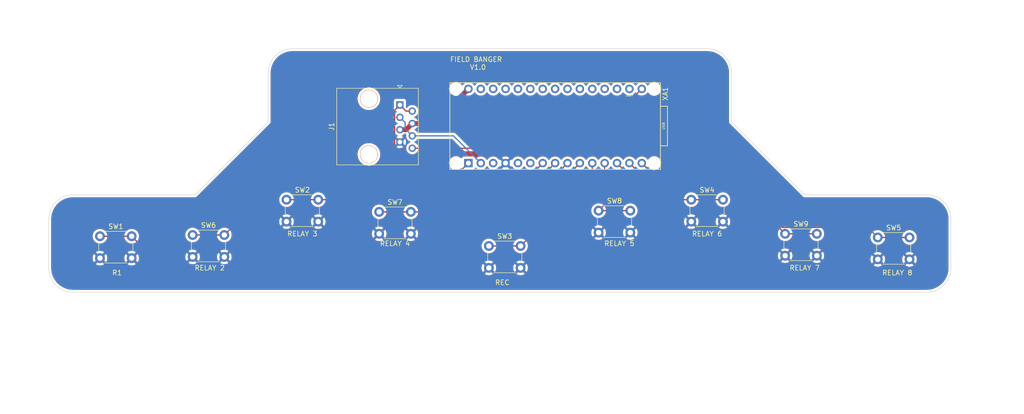
<source format=kicad_pcb>
(kicad_pcb (version 20211014) (generator pcbnew)
  (layers (0 "F.Cu" signal) (31 "B.Cu" signal) (34 "B.Paste" user) (35 "F.Paste" user) (36 "B.SilkS" user "B.Silkscreen") (37 "F.SilkS" user "F.Silkscreen") (38 "B.Mask" user) (39 "F.Mask" user) (44 "Edge.Cuts" user))
  (net 0 "")
  (net 1 "Net-(J1-Pad1)")
  (net 2 "Net-(J1-Pad3)")
  (net 3 "+12V")
  (net 4 "GND")
  (net 5 "Net-(J1-Pad8)")
  (net 6 "Net-(SW1-Pad1)")
  (net 7 "Net-(SW2-Pad1)")
  (net 8 "Net-(SW3-Pad1)")
  (net 9 "Net-(SW4-Pad1)")
  (net 10 "Net-(SW5-Pad1)")
  (net 11 "Net-(SW6-Pad1)")
  (net 12 "Net-(SW7-Pad1)")
  (net 13 "Net-(SW8-Pad1)")
  (net 14 "Net-(SW9-Pad1)")
  (footprint "Button_Switch_THT:SW_PUSH_6mm" (layer "F.Cu") (at 166.75 61)
    (fp_text reference "SW4" (at 3.25 -2) (layer "F.SilkS"))
    (fp_text value "SW_SPST")
    (fp_line (start 5.5 -1) (end 1 -1) (layer "F.SilkS") (width 0.12))
    (fp_line (start 1 5.5) (end 5.5 5.5) (layer "F.SilkS") (width 0.12))
    (fp_line (start 6.75 3) (end 6.75 1.5) (layer "F.SilkS") (width 0.12))
    (fp_line (start -0.25 1.5) (end -0.25 3) (layer "F.SilkS") (width 0.12))
    (pad "1" thru_hole circle (at 0 0 90) (size 2 2) (drill 1.1) (layers *.Cu *.Mask) (net 9 "Net-(SW4-Pad1)"))
    (pad "1" thru_hole circle (at 6.5 0 90) (size 2 2) (drill 1.1) (layers *.Cu *.Mask) (net 9 "Net-(SW4-Pad1)"))
    (pad "2" thru_hole circle (at 6.5 4.5 90) (size 2 2) (drill 1.1) (layers *.Cu *.Mask) (net 4 "GND"))
    (pad "2" thru_hole circle (at 0 4.5 90) (size 2 2) (drill 1.1) (layers *.Cu *.Mask) (net 4 "GND"))
  )
  (footprint "Arduino:Arduino_Nano_Socket" (layer "F.Cu") (at 160.42 45.87 90)
    (fp_text reference "XA1" (at 6.604 1.016 90) (layer "F.SilkS"))
    (fp_text value "Arduino_Nano_Socket")
    (fp_text user "3.3V" (at 6.35 -6.35) (layer "F.SilkS") (effects (font (size 0.5 0.5) (thickness 0.075))))
    (fp_text user "USB" (at 0 0.635 90) (layer "F.SilkS") (effects (font (size 0.5 0.5) (thickness 0.075))))
    (fp_line (start 8.89 -43.18) (end 8.89 0) (layer "F.SilkS") (width 0.15))
    (fp_line (start -8.89 -43.18) (end -8.89 0) (layer "F.SilkS") (width 0.15))
    (fp_line (start -8.89 0) (end 8.89 0) (layer "F.SilkS") (width 0.15))
    (fp_line (start -8.89 -43.18) (end 8.89 -43.18) (layer "F.SilkS") (width 0.15))
    (fp_line (start -4.064 0) (end -4.064 1.45) (layer "F.SilkS") (width 0.15))
    (fp_line (start -4.064 1.45) (end 4.064 1.45) (layer "F.SilkS") (width 0.15))
    (fp_line (start 4.064 1.45) (end 4.064 0) (layer "F.SilkS") (width 0.15))
    (pad "" np_thru_hole circle locked (at -7.62 -1.27 90) (size 1.85 1.85) (drill 1.85) (layers *.Cu *.Mask))
    (pad "" np_thru_hole circle locked (at 7.62 -1.27 90) (size 1.85 1.85) (drill 1.85) (layers *.Cu *.Mask))
    (pad "" np_thru_hole circle locked (at 7.62 -41.91 90) (size 1.85 1.85) (drill 1.85) (layers *.Cu *.Mask))
    (pad "" np_thru_hole circle locked (at -7.62 -41.91 90) (size 1.85 1.85) (drill 1.85) (layers *.Cu *.Mask))
    (pad "3V3" thru_hole circle locked (at 7.62 -6.35 90) (size 1.7272 1.7272) (drill 1.016) (layers *.Cu *.Mask))
    (pad "5V" thru_hole circle locked (at 7.62 -31.75 90) (size 1.7272 1.7272) (drill 1.016) (layers *.Cu *.Mask))
    (pad "A0" thru_hole circle locked (at 7.62 -11.43 90) (size 1.7272 1.7272) (drill 1.016) (layers *.Cu *.Mask))
    (pad "A1" thru_hole circle locked (at 7.62 -13.97 90) (size 1.7272 1.7272) (drill 1.016) (layers *.Cu *.Mask))
    (pad "A2" thru_hole circle locked (at 7.62 -16.51 90) (size 1.7272 1.7272) (drill 1.016) (layers *.Cu *.Mask))
    (pad "A3" thru_hole circle locked (at 7.62 -19.05 90) (size 1.7272 1.7272) (drill 1.016) (layers *.Cu *.Mask))
    (pad "A4" thru_hole circle locked (at 7.62 -21.59 90) (size 1.7272 1.7272) (drill 1.016) (layers *.Cu *.Mask))
    (pad "A5" thru_hole circle locked (at 7.62 -24.13 90) (size 1.7272 1.7272) (drill 1.016) (layers *.Cu *.Mask))
    (pad "A6" thru_hole circle locked (at 7.62 -26.67 90) (size 1.7272 1.7272) (drill 1.016) (layers *.Cu *.Mask))
    (pad "A7" thru_hole circle locked (at 7.62 -29.21 90) (size 1.7272 1.7272) (drill 1.016) (layers *.Cu *.Mask))
    (pad "AREF" thru_hole circle locked (at 7.62 -8.89 90) (size 1.7272 1.7272) (drill 1.016) (layers *.Cu *.Mask))
    (pad "D0" thru_hole circle locked (at -7.62 -36.83 90) (size 1.7272 1.7272) (drill 1.016) (layers *.Cu *.Mask) (net 2 "Net-(J1-Pad3)"))
    (pad "D1" thru_hole rect locked (at -7.62 -39.37 90) (size 1.7272 1.7272) (drill 1.016) (layers *.Cu *.Mask) (net 1 "Net-(J1-Pad1)"))
    (pad "D2" thru_hole circle locked (at -7.62 -29.21 90) (size 1.7272 1.7272) (drill 1.016) (layers *.Cu *.Mask))
    (pad "D3" thru_hole circle locked (at -7.62 -26.67 90) (size 1.7272 1.7272) (drill 1.016) (layers *.Cu *.Mask))
    (pad "D4" thru_hole circle locked (at -7.62 -24.13 90) (size 1.7272 1.7272) (drill 1.016) (layers *.Cu *.Mask) (net 6 "Net-(SW1-Pad1)"))
    (pad "D5" thru_hole circle locked (at -7.62 -21.59 90) (size 1.7272 1.7272) (drill 1.016) (layers *.Cu *.Mask) (net 11 "Net-(SW6-Pad1)"))
    (pad "D6" thru_hole circle locked (at -7.62 -19.05 90) (size 1.7272 1.7272) (drill 1.016) (layers *.Cu *.Mask) (net 7 "Net-(SW2-Pad1)"))
    (pad "D7" thru_hole circle locked (at -7.62 -16.51 90) (size 1.7272 1.7272) (drill 1.016) (layers *.Cu *.Mask) (net 12 "Net-(SW7-Pad1)"))
    (pad "D8" thru_hole circle locked (at -7.62 -13.97 90) (size 1.7272 1.7272) (drill 1.016) (layers *.Cu *.Mask) (net 8 "Net-(SW3-Pad1)"))
    (pad "D9" thru_hole circle locked (at -7.62 -11.43 90) (size 1.7272 1.7272) (drill 1.016) (layers *.Cu *.Mask) (net 13 "Net-(SW8-Pad1)"))
    (pad "D10" thru_hole circle locked (at -7.62 -8.89 90) (size 1.7272 1.7272) (drill 1.016) (layers *.Cu *.Mask) (net 9 "Net-(SW4-Pad1)"))
    (pad "D11" thru_hole circle locked (at -7.62 -6.35 90) (size 1.7272 1.7272) (drill 1.016) (layers *.Cu *.Mask) (net 14 "Net-(SW9-Pad1)"))
    (pad "D12" thru_hole circle locked (at -7.62 -3.81 90) (size 1.7272 1.7272) (drill 1.016) (layers *.Cu *.Mask) (net 10 "Net-(SW5-Pad1)"))
    (pad "D13" thru_hole circle locked (at 7.62 -3.81 90) (size 1.7272 1.7272) (drill 1.016) (layers *.Cu *.Mask) (net 5 "Net-(J1-Pad8)"))
    (pad "GND1" thru_hole circle locked (at -7.62 -31.75 90) (size 1.7272 1.7272) (drill 1.016) (layers *.Cu *.Mask) (net 4 "GND"))
    (pad "GND2" thru_hole circle locked (at 7.62 -36.83 90) (size 1.7272 1.7272) (drill 1.016) (layers *.Cu *.Mask))
    (pad "RST1" thru_hole circle locked (at -7.62 -34.29 90) (size 1.7272 1.7272) (drill 1.016) (layers *.Cu *.Mask))
    (pad "RST2" thru_hole circle locked (at 7.62 -34.29 90) (size 1.7272 1.7272) (drill 1.016) (layers *.Cu *.Mask))
    (pad "VIN" thru_hole circle locked (at 7.62 -39.37 90) (size 1.7272 1.7272) (drill 1.016) (layers *.Cu *.Mask) (net 3 "+12V"))
  )
  (footprint "Button_Switch_THT:SW_PUSH_6mm" (layer "F.Cu") (at 205 68.75)
    (fp_text reference "SW5" (at 3.25 -2) (layer "F.SilkS"))
    (fp_text value "SW_SPST")
    (fp_line (start 6.75 3) (end 6.75 1.5) (layer "F.SilkS") (width 0.12))
    (fp_line (start 5.5 -1) (end 1 -1) (layer "F.SilkS") (width 0.12))
    (fp_line (start 1 5.5) (end 5.5 5.5) (layer "F.SilkS") (width 0.12))
    (fp_line (start -0.25 1.5) (end -0.25 3) (layer "F.SilkS") (width 0.12))
    (pad "1" thru_hole circle (at 0 0 90) (size 2 2) (drill 1.1) (layers *.Cu *.Mask) (net 10 "Net-(SW5-Pad1)"))
    (pad "1" thru_hole circle (at 6.5 0 90) (size 2 2) (drill 1.1) (layers *.Cu *.Mask) (net 10 "Net-(SW5-Pad1)"))
    (pad "2" thru_hole circle (at 0 4.5 90) (size 2 2) (drill 1.1) (layers *.Cu *.Mask) (net 4 "GND"))
    (pad "2" thru_hole circle (at 6.5 4.5 90) (size 2 2) (drill 1.1) (layers *.Cu *.Mask) (net 4 "GND"))
  )
  (footprint "Button_Switch_THT:SW_PUSH_6mm" (layer "F.Cu") (at 147.75 63.25)
    (fp_text reference "SW8" (at 3.25 -2) (layer "F.SilkS"))
    (fp_text value "SW_SPST")
    (fp_line (start 1 5.5) (end 5.5 5.5) (layer "F.SilkS") (width 0.12))
    (fp_line (start 5.5 -1) (end 1 -1) (layer "F.SilkS") (width 0.12))
    (fp_line (start -0.25 1.5) (end -0.25 3) (layer "F.SilkS") (width 0.12))
    (fp_line (start 6.75 3) (end 6.75 1.5) (layer "F.SilkS") (width 0.12))
    (pad "1" thru_hole circle (at 6.5 0 90) (size 2 2) (drill 1.1) (layers *.Cu *.Mask) (net 13 "Net-(SW8-Pad1)"))
    (pad "1" thru_hole circle (at 0 0 90) (size 2 2) (drill 1.1) (layers *.Cu *.Mask) (net 13 "Net-(SW8-Pad1)"))
    (pad "2" thru_hole circle (at 0 4.5 90) (size 2 2) (drill 1.1) (layers *.Cu *.Mask) (net 4 "GND"))
    (pad "2" thru_hole circle (at 6.5 4.5 90) (size 2 2) (drill 1.1) (layers *.Cu *.Mask) (net 4 "GND"))
  )
  (footprint "Button_Switch_THT:SW_PUSH_6mm" (layer "F.Cu") (at 186 68)
    (fp_text reference "SW9" (at 3.25 -2) (layer "F.SilkS"))
    (fp_text value "SW_SPST")
    (fp_line (start 1 5.5) (end 5.5 5.5) (layer "F.SilkS") (width 0.12))
    (fp_line (start 5.5 -1) (end 1 -1) (layer "F.SilkS") (width 0.12))
    (fp_line (start -0.25 1.5) (end -0.25 3) (layer "F.SilkS") (width 0.12))
    (fp_line (start 6.75 3) (end 6.75 1.5) (layer "F.SilkS") (width 0.12))
    (pad "1" thru_hole circle (at 6.5 0 90) (size 2 2) (drill 1.1) (layers *.Cu *.Mask) (net 14 "Net-(SW9-Pad1)"))
    (pad "1" thru_hole circle (at 0 0 90) (size 2 2) (drill 1.1) (layers *.Cu *.Mask) (net 14 "Net-(SW9-Pad1)"))
    (pad "2" thru_hole circle (at 0 4.5 90) (size 2 2) (drill 1.1) (layers *.Cu *.Mask) (net 4 "GND"))
    (pad "2" thru_hole circle (at 6.5 4.5 90) (size 2 2) (drill 1.1) (layers *.Cu *.Mask) (net 4 "GND"))
  )
  (footprint "Connector_RJ:RJ45_OST_PJ012-8P8CX_Vertical" (layer "F.Cu") (at 107 41.5425 -90)
    (fp_text reference "J1" (at 4.45 14 90) (layer "F.SilkS"))
    (fp_text value "8P8C")
    (fp_line (start 12.31 -3.79) (end 12.31 12.95) (layer "F.SilkS") (width 0.12))
    (fp_line (start -3.42 -3.79) (end -3.42 12.95) (layer "F.SilkS") (width 0.12))
    (fp_line (start -3.5 0) (end -4 -0.5) (layer "F.SilkS") (width 0.12))
    (fp_line (start -4 -0.5) (end -4 0.5) (layer "F.SilkS") (width 0.12))
    (fp_line (start 12.31 12.95) (end -3.42 12.95) (layer "F.SilkS") (width 0.12))
    (fp_line (start -4 0.5) (end -3.5 0) (layer "F.SilkS") (width 0.12))
    (fp_line (start 12.3 -3.79) (end -3.42 -3.79) (layer "F.SilkS") (width 0.12))
    (pad "" np_thru_hole circle (at 10.16 6.35 270) (size 3.65 3.65) (drill 3.45) (layers *.Cu *.SilkS *.Mask))
    (pad "" np_thru_hole circle (at -1.27 6.35 270) (size 3.65 3.65) (drill 3.45) (layers *.Cu *.SilkS *.Mask))
    (pad "1" thru_hole rect (at 0 0 270) (size 1.5 1.5) (drill 0.9) (layers *.Cu *.Mask) (net 1 "Net-(J1-Pad1)"))
    (pad "2" thru_hole circle (at 1.27 -2.54 270) (size 1.5 1.5) (drill 0.9) (layers *.Cu *.Mask) (net 1 "Net-(J1-Pad1)"))
    (pad "3" thru_hole circle (at 2.54 0 270) (size 1.5 1.5) (drill 0.9) (layers *.Cu *.Mask) (net 2 "Net-(J1-Pad3)"))
    (pad "4" thru_hole circle (at 3.81 -2.54 270) (size 1.5 1.5) (drill 0.9) (layers *.Cu *.Mask) (net 3 "+12V"))
    (pad "5" thru_hole circle (at 5.08 0 270) (size 1.5 1.5) (drill 0.9) (layers *.Cu *.Mask) (net 3 "+12V"))
    (pad "6" thru_hole circle (at 6.35 -2.54 270) (size 1.5 1.5) (drill 0.9) (layers *.Cu *.Mask) (net 2 "Net-(J1-Pad3)"))
    (pad "7" thru_hole circle (at 7.62 0 270) (size 1.5 1.5) (drill 0.9) (layers *.Cu *.Mask) (net 4 "GND"))
    (pad "8" thru_hole circle (at 8.89 -2.54 270) (size 1.5 1.5) (drill 0.9) (layers *.Cu *.Mask) (net 5 "Net-(J1-Pad8)"))
  )
  (footprint "Button_Switch_THT:SW_PUSH_6mm" (layer "F.Cu") (at 125.25 70.5)
    (fp_text reference "SW3" (at 3.25 -2) (layer "F.SilkS"))
    (fp_text value "SW_SPST")
    (fp_line (start -0.25 1.5) (end -0.25 3) (layer "F.SilkS") (width 0.12))
    (fp_line (start 6.75 3) (end 6.75 1.5) (layer "F.SilkS") (width 0.12))
    (fp_line (start 5.5 -1) (end 1 -1) (layer "F.SilkS") (width 0.12))
    (fp_line (start 1 5.5) (end 5.5 5.5) (layer "F.SilkS") (width 0.12))
    (pad "1" thru_hole circle (at 0 0 90) (size 2 2) (drill 1.1) (layers *.Cu *.Mask) (net 8 "Net-(SW3-Pad1)"))
    (pad "1" thru_hole circle (at 6.5 0 90) (size 2 2) (drill 1.1) (layers *.Cu *.Mask) (net 8 "Net-(SW3-Pad1)"))
    (pad "2" thru_hole circle (at 6.5 4.5 90) (size 2 2) (drill 1.1) (layers *.Cu *.Mask) (net 4 "GND"))
    (pad "2" thru_hole circle (at 0 4.5 90) (size 2 2) (drill 1.1) (layers *.Cu *.Mask) (net 4 "GND"))
  )
  (footprint "Button_Switch_THT:SW_PUSH_6mm" (layer "F.Cu") (at 64.5 68.25)
    (fp_text reference "SW6" (at 3.25 -2) (layer "F.SilkS"))
    (fp_text value "SW_SPST")
    (fp_line (start 1 5.5) (end 5.5 5.5) (layer "F.SilkS") (width 0.12))
    (fp_line (start 5.5 -1) (end 1 -1) (layer "F.SilkS") (width 0.12))
    (fp_line (start -0.25 1.5) (end -0.25 3) (layer "F.SilkS") (width 0.12))
    (fp_line (start 6.75 3) (end 6.75 1.5) (layer "F.SilkS") (width 0.12))
    (pad "1" thru_hole circle (at 6.5 0 90) (size 2 2) (drill 1.1) (layers *.Cu *.Mask) (net 11 "Net-(SW6-Pad1)"))
    (pad "1" thru_hole circle (at 0 0 90) (size 2 2) (drill 1.1) (layers *.Cu *.Mask) (net 11 "Net-(SW6-Pad1)"))
    (pad "2" thru_hole circle (at 0 4.5 90) (size 2 2) (drill 1.1) (layers *.Cu *.Mask) (net 4 "GND"))
    (pad "2" thru_hole circle (at 6.5 4.5 90) (size 2 2) (drill 1.1) (layers *.Cu *.Mask) (net 4 "GND"))
  )
  (footprint "Button_Switch_THT:SW_PUSH_6mm" (layer "F.Cu") (at 83.75 61)
    (fp_text reference "SW2" (at 3.25 -2) (layer "F.SilkS"))
    (fp_text value "SW_SPST")
    (fp_line (start -0.25 1.5) (end -0.25 3) (layer "F.SilkS") (width 0.12))
    (fp_line (start 6.75 3) (end 6.75 1.5) (layer "F.SilkS") (width 0.12))
    (fp_line (start 1 5.5) (end 5.5 5.5) (layer "F.SilkS") (width 0.12))
    (fp_line (start 5.5 -1) (end 1 -1) (layer "F.SilkS") (width 0.12))
    (pad "1" thru_hole circle (at 0 0 90) (size 2 2) (drill 1.1) (layers *.Cu *.Mask) (net 7 "Net-(SW2-Pad1)"))
    (pad "1" thru_hole circle (at 6.5 0 90) (size 2 2) (drill 1.1) (layers *.Cu *.Mask) (net 7 "Net-(SW2-Pad1)"))
    (pad "2" thru_hole circle (at 6.5 4.5 90) (size 2 2) (drill 1.1) (layers *.Cu *.Mask) (net 4 "GND"))
    (pad "2" thru_hole circle (at 0 4.5 90) (size 2 2) (drill 1.1) (layers *.Cu *.Mask) (net 4 "GND"))
  )
  (footprint "Button_Switch_THT:SW_PUSH_6mm" (layer "F.Cu") (at 102.75 63.5)
    (fp_text reference "SW7" (at 3.25 -2) (layer "F.SilkS"))
    (fp_text value "SW_SPST")
    (fp_line (start -0.25 1.5) (end -0.25 3) (layer "F.SilkS") (width 0.12))
    (fp_line (start 1 5.5) (end 5.5 5.5) (layer "F.SilkS") (width 0.12))
    (fp_line (start 5.5 -1) (end 1 -1) (layer "F.SilkS") (width 0.12))
    (fp_line (start 6.75 3) (end 6.75 1.5) (layer "F.SilkS") (width 0.12))
    (pad "1" thru_hole circle (at 6.5 0 90) (size 2 2) (drill 1.1) (layers *.Cu *.Mask) (net 12 "Net-(SW7-Pad1)"))
    (pad "1" thru_hole circle (at 0 0 90) (size 2 2) (drill 1.1) (layers *.Cu *.Mask) (net 12 "Net-(SW7-Pad1)"))
    (pad "2" thru_hole circle (at 6.5 4.5 90) (size 2 2) (drill 1.1) (layers *.Cu *.Mask) (net 4 "GND"))
    (pad "2" thru_hole circle (at 0 4.5 90) (size 2 2) (drill 1.1) (layers *.Cu *.Mask) (net 4 "GND"))
  )
  (footprint "Button_Switch_THT:SW_PUSH_6mm" (layer "F.Cu") (at 45.5 68.5)
    (fp_text reference "SW1" (at 3.25 -2) (layer "F.SilkS"))
    (fp_text value "SW_SPST")
    (fp_line (start -0.25 1.5) (end -0.25 3) (layer "F.SilkS") (width 0.12))
    (fp_line (start 1 5.5) (end 5.5 5.5) (layer "F.SilkS") (width 0.12))
    (fp_line (start 6.75 3) (end 6.75 1.5) (layer "F.SilkS") (width 0.12))
    (fp_line (start 5.5 -1) (end 1 -1) (layer "F.SilkS") (width 0.12))
    (pad "1" thru_hole circle (at 6.5 0 90) (size 2 2) (drill 1.1) (layers *.Cu *.Mask) (net 6 "Net-(SW1-Pad1)"))
    (pad "1" thru_hole circle (at 0 0 90) (size 2 2) (drill 1.1) (layers *.Cu *.Mask) (net 6 "Net-(SW1-Pad1)"))
    (pad "2" thru_hole circle (at 0 4.5 90) (size 2 2) (drill 1.1) (layers *.Cu *.Mask) (net 4 "GND"))
    (pad "2" thru_hole circle (at 6.5 4.5 90) (size 2 2) (drill 1.1) (layers *.Cu *.Mask) (net 4 "GND"))
  )
  (gr_line (start 40 60) (end 65 60) (layer "Edge.Cuts") (width 0.1))
  (gr_line (start 35 75) (end 35 65) (layer "Edge.Cuts") (width 0.1))
  (gr_line (start 80 45) (end 80 35) (layer "Edge.Cuts") (width 0.1))
  (gr_arc (start 220 75) (mid 218.535534 78.535534) (end 215 80) (layer "Edge.Cuts") (width 0.1))
  (gr_arc (start 40 80) (mid 36.464466 78.535534) (end 35 75) (layer "Edge.Cuts") (width 0.1))
  (gr_arc (start 170 30) (mid 173.535534 31.464466) (end 175 35) (layer "Edge.Cuts") (width 0.1))
  (gr_line (start 175 35) (end 175 45) (layer "Edge.Cuts") (width 0.1))
  (gr_line (start 85 30) (end 170 30) (layer "Edge.Cuts") (width 0.1))
  (gr_line (start 175 45) (end 190 60) (layer "Edge.Cuts") (width 0.1))
  (gr_line (start 80 45) (end 65 60) (layer "Edge.Cuts") (width 0.1))
  (gr_arc (start 215 60) (mid 218.535534 61.464466) (end 220 65) (layer "Edge.Cuts") (width 0.1))
  (gr_arc (start 80 35) (mid 81.464466 31.464466) (end 85 30) (layer "Edge.Cuts") (width 0.1))
  (gr_line (start 215 80) (end 40 80) (layer "Edge.Cuts") (width 0.1))
  (gr_line (start 190 60) (end 215 60) (layer "Edge.Cuts") (width 0.1))
  (gr_line (start 220 65) (end 220 75) (layer "Edge.Cuts") (width 0.1))
  (gr_arc (start 35 65) (mid 36.464466 61.464466) (end 40 60) (layer "Edge.Cuts") (width 0.1))
  (gr_text "RELAY 8" (at 209 76) (layer "F.SilkS") (effects (font (size 1 1))))
  (gr_text "RELAY 7" (at 190 75) (layer "F.SilkS") (effects (font (size 1 1))))
  (gr_text "RELAY 4" (at 106 70) (layer "F.SilkS") (effects (font (size 1 1))))
  (gr_text "RELAY 6" (at 170 68) (layer "F.SilkS") (effects (font (size 1 1))))
  (gr_text "RELAY 5" (at 152 70) (layer "F.SilkS") (effects (font (size 1 1))))
  (gr_text "RELAY 3" (at 87 68) (layer "F.SilkS") (effects (font (size 1 1))))
  (gr_text "R1" (at 49 76) (layer "F.SilkS") (effects (font (size 1 1))))
  (gr_text "FIELD BANGER \nV1.0" (at 123 33) (layer "F.SilkS") (effects (font (size 1 1))))
  (gr_text "REC" (at 128 78) (layer "F.SilkS") (effects (font (size 1 1))))
  (gr_text "RELAY 2" (at 68 75) (layer "F.SilkS") (effects (font (size 1 1))))
  (segment (start 110.447477 55) (end 119.54 55) (width 0.25) (layer "F.Cu") (net 1))
  (segment (start 108.27 42.8125) (end 107 41.5425) (width 0.25) (layer "F.Cu") (net 1))
  (segment (start 105.925 50.477523) (end 110.447477 55) (width 0.25) (layer "F.Cu") (net 1))
  (segment (start 105.925 42.6175) (end 105.925 50.477523) (width 0.25) (layer "F.Cu") (net 1))
  (segment (start 109.54 42.8125) (end 108.27 42.8125) (width 0.25) (layer "F.Cu") (net 1))
  (segment (start 107 41.5425) (end 105.925 42.6175) (width 0.25) (layer "F.Cu") (net 1))
  (segment (start 119.54 55) (end 121.05 53.49) (width 0.25) (layer "F.Cu") (net 1))
  (segment (start 107 44.0825) (end 108.075 45.1575) (width 0.25) (layer "B.Cu") (net 2))
  (segment (start 109.54 47.8925) (end 117.9925 47.8925) (width 0.25) (layer "B.Cu") (net 2))
  (segment (start 108.075 45.1575) (end 108.075 46.4275) (width 0.25) (layer "B.Cu") (net 2))
  (segment (start 108.075 46.4275) (end 109.54 47.8925) (width 0.25) (layer "B.Cu") (net 2))
  (segment (start 117.9925 47.8925) (end 123.59 53.49) (width 0.25) (layer "B.Cu") (net 2))
  (segment (start 109.54 45.3525) (end 113.9475 45.3525) (width 1) (layer "F.Cu") (net 3))
  (segment (start 108.27 46.6225) (end 109.54 45.3525) (width 1) (layer "F.Cu") (net 3))
  (segment (start 113.9475 45.3525) (end 121.05 38.25) (width 1) (layer "F.Cu") (net 3))
  (segment (start 107 46.6225) (end 108.27 46.6225) (width 1) (layer "F.Cu") (net 3))
  (segment (start 144.4275 50.4325) (end 156.61 38.25) (width 0.25) (layer "F.Cu") (net 5))
  (segment (start 109.54 50.4325) (end 144.4275 50.4325) (width 0.25) (layer "F.Cu") (net 5))
  (segment (start 45.5 68.5) (end 52 68.5) (width 0.25) (layer "F.Cu") (net 6))
  (segment (start 58.425 69.575) (end 63 65) (width 0.25) (layer "F.Cu") (net 6))
  (segment (start 73.613604 65) (end 80.613604 58) (width 0.25) (layer "F.Cu") (net 6))
  (segment (start 63 65) (end 73.613604 65) (width 0.25) (layer "F.Cu") (net 6))
  (segment (start 131.78 58) (end 136.29 53.49) (width 0.25) (layer "F.Cu") (net 6))
  (segment (start 53.075 69.575) (end 58.425 69.575) (width 0.25) (layer "F.Cu") (net 6))
  (segment (start 52 68.5) (end 53.075 69.575) (width 0.25) (layer "F.Cu") (net 6))
  (segment (start 80.613604 58) (end 131.78 58) (width 0.25) (layer "F.Cu") (net 6))
  (segment (start 90.25 61) (end 133.86 61) (width 0.25) (layer "F.Cu") (net 7))
  (segment (start 83.75 61) (end 90.25 61) (width 0.25) (layer "F.Cu") (net 7))
  (segment (start 133.86 61) (end 141.37 53.49) (width 0.25) (layer "F.Cu") (net 7))
  (segment (start 146.45 55.8) (end 146.45 53.49) (width 0.25) (layer "F.Cu") (net 8))
  (segment (start 125.25 70.5) (end 131.75 70.5) (width 0.25) (layer "F.Cu") (net 8))
  (segment (start 131.75 70.5) (end 146.45 55.8) (width 0.25) (layer "F.Cu") (net 8))
  (segment (start 166.75 61) (end 159.04 61) (width 0.25) (layer "F.Cu") (net 9))
  (segment (start 166.75 61) (end 173.25 61) (width 0.25) (layer "F.Cu") (net 9))
  (segment (start 159.04 61) (end 151.53 53.49) (width 0.25) (layer "F.Cu") (net 9))
  (segment (start 202.925 66.675) (end 185.311396 66.675) (width 0.25) (layer "F.Cu") (net 10))
  (segment (start 205 68.75) (end 211.5 68.75) (width 0.25) (layer "F.Cu") (net 10))
  (segment (start 161 57.88) (end 156.61 53.49) (width 0.25) (layer "F.Cu") (net 10))
  (segment (start 205 68.75) (end 202.925 66.675) (width 0.25) (layer "F.Cu") (net 10))
  (segment (start 176.636396 58) (end 161 58) (width 0.25) (layer "F.Cu") (net 10))
  (segment (start 161 58) (end 161 57.88) (width 0.25) (layer "F.Cu") (net 10))
  (segment (start 185.311396 66.675) (end 176.636396 58) (width 0.25) (layer "F.Cu") (net 10))
  (segment (start 80.25 59) (end 133.32 59) (width 0.25) (layer "F.Cu") (net 11))
  (segment (start 64.5 68.25) (end 71 68.25) (width 0.25) (layer "F.Cu") (net 11))
  (segment (start 71 68.25) (end 80.25 59) (width 0.25) (layer "F.Cu") (net 11))
  (segment (start 133.32 59) (end 138.83 53.49) (width 0.25) (layer "F.Cu") (net 11))
  (segment (start 102.75 63.5) (end 109.25 63.5) (width 0.25) (layer "F.Cu") (net 12))
  (segment (start 133.9 63.5) (end 143.91 53.49) (width 0.25) (layer "F.Cu") (net 12))
  (segment (start 109.25 63.5) (end 133.9 63.5) (width 0.25) (layer "F.Cu") (net 12))
  (segment (start 147.75 63.25) (end 154.25 63.25) (width 0.25) (layer "F.Cu") (net 13))
  (segment (start 147.75 63.25) (end 148.99 62.01) (width 0.25) (layer "F.Cu") (net 13))
  (segment (start 148.99 62.01) (end 148.99 53.49) (width 0.25) (layer "F.Cu") (net 13))
  (segment (start 154.07 53.49) (end 159.58 59) (width 0.25) (layer "F.Cu") (net 14))
  (segment (start 177 59) (end 186 68) (width 0.25) (layer "F.Cu") (net 14))
  (segment (start 186 68) (end 192.5 68) (width 0.25) (layer "F.Cu") (net 14))
  (segment (start 159.58 59) (end 177 59) (width 0.25) (layer "F.Cu") (net 14))
  (zone (net 4) (net_name "GND") (layers F&B.Cu) (connect_pads (clearance 0.508)) (min_thickness 0.254) (fill yes (thermal_gap 0.508) (thermal_bridge_width 0.508))
    (polygon (pts (xy 235 105) (xy 25 105) (xy 25 20) (xy 235 20)))
  )
)
</source>
